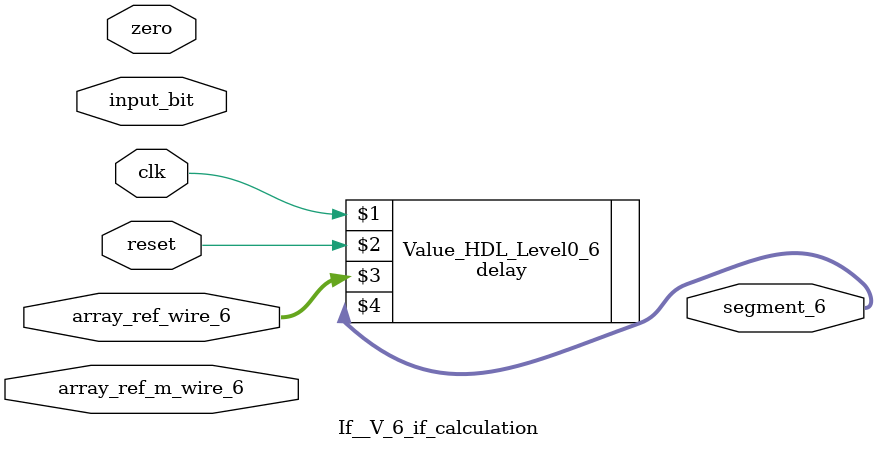
<source format=v>
module If__V_6_if_calculation(input [31:0]input_bit, input [31:0]zero, input [31:0]array_ref_wire_6, input [31:0]array_ref_m_wire_6, output [31:0]segment_6, input clk, input reset);



	//Proceed with segment_6 = delay(array_ref_wire_6) 
	wire [31:0]segment_6;
	delay Value_HDL_Level0_6 ( clk, reset, array_ref_wire_6, segment_6);




endmodule

</source>
